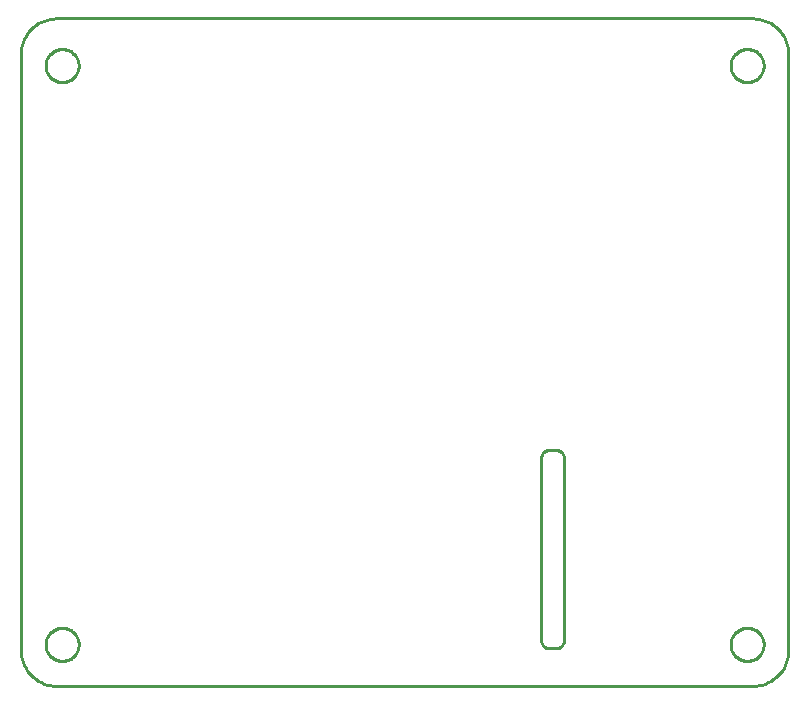
<source format=gko>
G04 EAGLE Gerber X2 export*
G75*
%MOMM*%
%FSLAX34Y34*%
%LPD*%
%AMOC8*
5,1,8,0,0,1.08239X$1,22.5*%
G01*
%ADD10C,0.254000*%


D10*
X0Y30000D02*
X114Y27385D01*
X456Y24791D01*
X1022Y22235D01*
X1809Y19739D01*
X2811Y17321D01*
X4019Y15000D01*
X5425Y12793D01*
X7019Y10716D01*
X8787Y8787D01*
X10716Y7019D01*
X12793Y5425D01*
X15000Y4019D01*
X17321Y2811D01*
X19739Y1809D01*
X22235Y1022D01*
X24791Y456D01*
X27385Y114D01*
X30000Y0D01*
X620000Y0D01*
X622615Y114D01*
X625209Y456D01*
X627765Y1022D01*
X630261Y1809D01*
X632679Y2811D01*
X635000Y4019D01*
X637207Y5425D01*
X639284Y7019D01*
X641213Y8787D01*
X642981Y10716D01*
X644575Y12793D01*
X645981Y15000D01*
X647189Y17321D01*
X648191Y19739D01*
X648978Y22235D01*
X649544Y24791D01*
X649886Y27385D01*
X650000Y30000D01*
X650000Y535000D01*
X649886Y537615D01*
X649544Y540209D01*
X648978Y542765D01*
X648191Y545261D01*
X647189Y547679D01*
X645981Y550000D01*
X644575Y552207D01*
X642981Y554284D01*
X641213Y556213D01*
X639284Y557981D01*
X637207Y559575D01*
X635000Y560981D01*
X632679Y562189D01*
X630261Y563191D01*
X627765Y563978D01*
X625209Y564544D01*
X622615Y564886D01*
X620000Y565000D01*
X30000Y565000D01*
X27385Y564886D01*
X24791Y564544D01*
X22235Y563978D01*
X19739Y563191D01*
X17321Y562189D01*
X15000Y560981D01*
X12793Y559575D01*
X10716Y557981D01*
X8787Y556213D01*
X7019Y554284D01*
X5425Y552207D01*
X4019Y550000D01*
X2811Y547679D01*
X1809Y545261D01*
X1022Y542765D01*
X456Y540209D01*
X114Y537615D01*
X0Y535000D01*
X0Y30000D01*
X440690Y38100D02*
X440714Y37547D01*
X440786Y36997D01*
X440906Y36457D01*
X441073Y35928D01*
X441285Y35416D01*
X441541Y34925D01*
X441838Y34458D01*
X442176Y34018D01*
X442550Y33610D01*
X442958Y33236D01*
X443398Y32898D01*
X443865Y32601D01*
X444356Y32345D01*
X444868Y32133D01*
X445397Y31966D01*
X445937Y31846D01*
X446487Y31774D01*
X447040Y31750D01*
X453390Y31750D01*
X453943Y31774D01*
X454493Y31846D01*
X455034Y31966D01*
X455562Y32133D01*
X456074Y32345D01*
X456565Y32601D01*
X457032Y32898D01*
X457472Y33236D01*
X457880Y33610D01*
X458254Y34018D01*
X458592Y34458D01*
X458889Y34925D01*
X459145Y35416D01*
X459357Y35928D01*
X459524Y36457D01*
X459644Y36997D01*
X459716Y37547D01*
X459740Y38100D01*
X459740Y193040D01*
X459716Y193593D01*
X459644Y194143D01*
X459524Y194684D01*
X459357Y195212D01*
X459145Y195724D01*
X458889Y196215D01*
X458592Y196682D01*
X458254Y197122D01*
X457880Y197530D01*
X457472Y197904D01*
X457032Y198242D01*
X456565Y198539D01*
X456074Y198795D01*
X455562Y199007D01*
X455034Y199174D01*
X454493Y199294D01*
X453943Y199366D01*
X453390Y199390D01*
X447040Y199390D01*
X446487Y199366D01*
X445937Y199294D01*
X445397Y199174D01*
X444868Y199007D01*
X444356Y198795D01*
X443865Y198539D01*
X443398Y198242D01*
X442958Y197904D01*
X442550Y197530D01*
X442176Y197122D01*
X441838Y196682D01*
X441541Y196215D01*
X441285Y195724D01*
X441073Y195212D01*
X440906Y194684D01*
X440786Y194143D01*
X440714Y193593D01*
X440690Y193040D01*
X440690Y38100D01*
X49000Y34500D02*
X48929Y33503D01*
X48786Y32513D01*
X48574Y31536D01*
X48292Y30576D01*
X47943Y29639D01*
X47527Y28729D01*
X47048Y27852D01*
X46507Y27010D01*
X45908Y26210D01*
X45253Y25454D01*
X44546Y24747D01*
X43790Y24092D01*
X42990Y23493D01*
X42148Y22952D01*
X41271Y22473D01*
X40361Y22057D01*
X39424Y21708D01*
X38465Y21426D01*
X37487Y21214D01*
X36498Y21071D01*
X35500Y21000D01*
X34500Y21000D01*
X33503Y21071D01*
X32513Y21214D01*
X31536Y21426D01*
X30576Y21708D01*
X29639Y22057D01*
X28729Y22473D01*
X27852Y22952D01*
X27010Y23493D01*
X26210Y24092D01*
X25454Y24747D01*
X24747Y25454D01*
X24092Y26210D01*
X23493Y27010D01*
X22952Y27852D01*
X22473Y28729D01*
X22057Y29639D01*
X21708Y30576D01*
X21426Y31536D01*
X21214Y32513D01*
X21071Y33503D01*
X21000Y34500D01*
X21000Y35500D01*
X21071Y36498D01*
X21214Y37487D01*
X21426Y38465D01*
X21708Y39424D01*
X22057Y40361D01*
X22473Y41271D01*
X22952Y42148D01*
X23493Y42990D01*
X24092Y43790D01*
X24747Y44546D01*
X25454Y45253D01*
X26210Y45908D01*
X27010Y46507D01*
X27852Y47048D01*
X28729Y47527D01*
X29639Y47943D01*
X30576Y48292D01*
X31536Y48574D01*
X32513Y48786D01*
X33503Y48929D01*
X34500Y49000D01*
X35500Y49000D01*
X36498Y48929D01*
X37487Y48786D01*
X38465Y48574D01*
X39424Y48292D01*
X40361Y47943D01*
X41271Y47527D01*
X42148Y47048D01*
X42990Y46507D01*
X43790Y45908D01*
X44546Y45253D01*
X45253Y44546D01*
X45908Y43790D01*
X46507Y42990D01*
X47048Y42148D01*
X47527Y41271D01*
X47943Y40361D01*
X48292Y39424D01*
X48574Y38465D01*
X48786Y37487D01*
X48929Y36498D01*
X49000Y35500D01*
X49000Y34500D01*
X49000Y524500D02*
X48929Y523503D01*
X48786Y522513D01*
X48574Y521536D01*
X48292Y520576D01*
X47943Y519639D01*
X47527Y518729D01*
X47048Y517852D01*
X46507Y517010D01*
X45908Y516210D01*
X45253Y515454D01*
X44546Y514747D01*
X43790Y514092D01*
X42990Y513493D01*
X42148Y512952D01*
X41271Y512473D01*
X40361Y512057D01*
X39424Y511708D01*
X38465Y511426D01*
X37487Y511214D01*
X36498Y511071D01*
X35500Y511000D01*
X34500Y511000D01*
X33503Y511071D01*
X32513Y511214D01*
X31536Y511426D01*
X30576Y511708D01*
X29639Y512057D01*
X28729Y512473D01*
X27852Y512952D01*
X27010Y513493D01*
X26210Y514092D01*
X25454Y514747D01*
X24747Y515454D01*
X24092Y516210D01*
X23493Y517010D01*
X22952Y517852D01*
X22473Y518729D01*
X22057Y519639D01*
X21708Y520576D01*
X21426Y521536D01*
X21214Y522513D01*
X21071Y523503D01*
X21000Y524500D01*
X21000Y525500D01*
X21071Y526498D01*
X21214Y527487D01*
X21426Y528465D01*
X21708Y529424D01*
X22057Y530361D01*
X22473Y531271D01*
X22952Y532148D01*
X23493Y532990D01*
X24092Y533790D01*
X24747Y534546D01*
X25454Y535253D01*
X26210Y535908D01*
X27010Y536507D01*
X27852Y537048D01*
X28729Y537527D01*
X29639Y537943D01*
X30576Y538292D01*
X31536Y538574D01*
X32513Y538786D01*
X33503Y538929D01*
X34500Y539000D01*
X35500Y539000D01*
X36498Y538929D01*
X37487Y538786D01*
X38465Y538574D01*
X39424Y538292D01*
X40361Y537943D01*
X41271Y537527D01*
X42148Y537048D01*
X42990Y536507D01*
X43790Y535908D01*
X44546Y535253D01*
X45253Y534546D01*
X45908Y533790D01*
X46507Y532990D01*
X47048Y532148D01*
X47527Y531271D01*
X47943Y530361D01*
X48292Y529424D01*
X48574Y528465D01*
X48786Y527487D01*
X48929Y526498D01*
X49000Y525500D01*
X49000Y524500D01*
X629000Y524500D02*
X628929Y523503D01*
X628786Y522513D01*
X628574Y521536D01*
X628292Y520576D01*
X627943Y519639D01*
X627527Y518729D01*
X627048Y517852D01*
X626507Y517010D01*
X625908Y516210D01*
X625253Y515454D01*
X624546Y514747D01*
X623790Y514092D01*
X622990Y513493D01*
X622148Y512952D01*
X621271Y512473D01*
X620361Y512057D01*
X619424Y511708D01*
X618465Y511426D01*
X617487Y511214D01*
X616498Y511071D01*
X615500Y511000D01*
X614500Y511000D01*
X613503Y511071D01*
X612513Y511214D01*
X611536Y511426D01*
X610576Y511708D01*
X609639Y512057D01*
X608729Y512473D01*
X607852Y512952D01*
X607010Y513493D01*
X606210Y514092D01*
X605454Y514747D01*
X604747Y515454D01*
X604092Y516210D01*
X603493Y517010D01*
X602952Y517852D01*
X602473Y518729D01*
X602057Y519639D01*
X601708Y520576D01*
X601426Y521536D01*
X601214Y522513D01*
X601071Y523503D01*
X601000Y524500D01*
X601000Y525500D01*
X601071Y526498D01*
X601214Y527487D01*
X601426Y528465D01*
X601708Y529424D01*
X602057Y530361D01*
X602473Y531271D01*
X602952Y532148D01*
X603493Y532990D01*
X604092Y533790D01*
X604747Y534546D01*
X605454Y535253D01*
X606210Y535908D01*
X607010Y536507D01*
X607852Y537048D01*
X608729Y537527D01*
X609639Y537943D01*
X610576Y538292D01*
X611536Y538574D01*
X612513Y538786D01*
X613503Y538929D01*
X614500Y539000D01*
X615500Y539000D01*
X616498Y538929D01*
X617487Y538786D01*
X618465Y538574D01*
X619424Y538292D01*
X620361Y537943D01*
X621271Y537527D01*
X622148Y537048D01*
X622990Y536507D01*
X623790Y535908D01*
X624546Y535253D01*
X625253Y534546D01*
X625908Y533790D01*
X626507Y532990D01*
X627048Y532148D01*
X627527Y531271D01*
X627943Y530361D01*
X628292Y529424D01*
X628574Y528465D01*
X628786Y527487D01*
X628929Y526498D01*
X629000Y525500D01*
X629000Y524500D01*
X629000Y34500D02*
X628929Y33503D01*
X628786Y32513D01*
X628574Y31536D01*
X628292Y30576D01*
X627943Y29639D01*
X627527Y28729D01*
X627048Y27852D01*
X626507Y27010D01*
X625908Y26210D01*
X625253Y25454D01*
X624546Y24747D01*
X623790Y24092D01*
X622990Y23493D01*
X622148Y22952D01*
X621271Y22473D01*
X620361Y22057D01*
X619424Y21708D01*
X618465Y21426D01*
X617487Y21214D01*
X616498Y21071D01*
X615500Y21000D01*
X614500Y21000D01*
X613503Y21071D01*
X612513Y21214D01*
X611536Y21426D01*
X610576Y21708D01*
X609639Y22057D01*
X608729Y22473D01*
X607852Y22952D01*
X607010Y23493D01*
X606210Y24092D01*
X605454Y24747D01*
X604747Y25454D01*
X604092Y26210D01*
X603493Y27010D01*
X602952Y27852D01*
X602473Y28729D01*
X602057Y29639D01*
X601708Y30576D01*
X601426Y31536D01*
X601214Y32513D01*
X601071Y33503D01*
X601000Y34500D01*
X601000Y35500D01*
X601071Y36498D01*
X601214Y37487D01*
X601426Y38465D01*
X601708Y39424D01*
X602057Y40361D01*
X602473Y41271D01*
X602952Y42148D01*
X603493Y42990D01*
X604092Y43790D01*
X604747Y44546D01*
X605454Y45253D01*
X606210Y45908D01*
X607010Y46507D01*
X607852Y47048D01*
X608729Y47527D01*
X609639Y47943D01*
X610576Y48292D01*
X611536Y48574D01*
X612513Y48786D01*
X613503Y48929D01*
X614500Y49000D01*
X615500Y49000D01*
X616498Y48929D01*
X617487Y48786D01*
X618465Y48574D01*
X619424Y48292D01*
X620361Y47943D01*
X621271Y47527D01*
X622148Y47048D01*
X622990Y46507D01*
X623790Y45908D01*
X624546Y45253D01*
X625253Y44546D01*
X625908Y43790D01*
X626507Y42990D01*
X627048Y42148D01*
X627527Y41271D01*
X627943Y40361D01*
X628292Y39424D01*
X628574Y38465D01*
X628786Y37487D01*
X628929Y36498D01*
X629000Y35500D01*
X629000Y34500D01*
M02*

</source>
